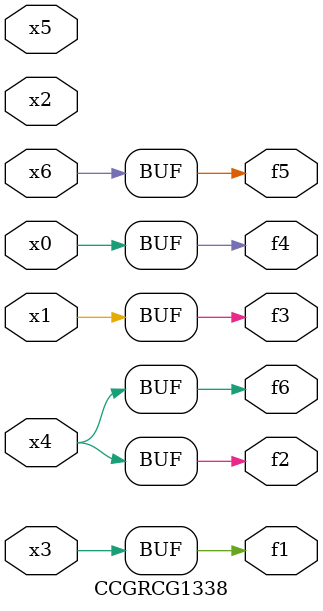
<source format=v>
module CCGRCG1338(
	input x0, x1, x2, x3, x4, x5, x6,
	output f1, f2, f3, f4, f5, f6
);
	assign f1 = x3;
	assign f2 = x4;
	assign f3 = x1;
	assign f4 = x0;
	assign f5 = x6;
	assign f6 = x4;
endmodule

</source>
